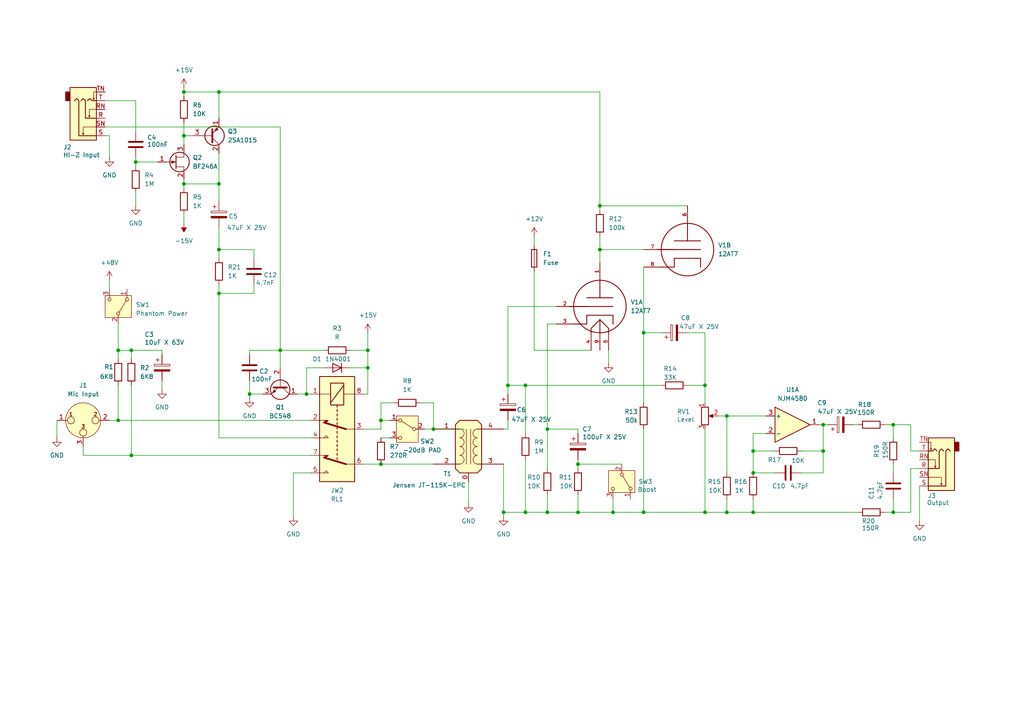
<source format=kicad_sch>
(kicad_sch (version 20250114) (generator "eeschema") (generator_version "9.0")
  (paper "A4")
  (lib_symbols
    (symbol "Amplifier_Operational:NJM4580" (pin_names (offset 0.127))
      (property "Reference" "U" (at 0 5.08 0))
      (property "Value" "NJM4580" (at 0 -5.08 0))
      (symbol "NJM4580_1_1"
        (polyline (pts (xy -5.08 5.08) (xy 5.08 0) (xy -5.08 -5.08) (xy -5.08 5.08)) (stroke (width 0.254)) (fill (type background)))
        (pin input line (at -7.62 2.54 0) (length 2.54) (name "+") (number "3"))
        (pin input line (at -7.62 -2.54 0) (length 2.54) (name "-") (number "2"))
        (pin output line (at 7.62 0 180) (length 2.54) (name "~") (number "1"))
      )
      (symbol "NJM4580_2_1"
        (polyline (pts (xy -5.08 5.08) (xy 5.08 0) (xy -5.08 -5.08) (xy -5.08 5.08)) (stroke (width 0.254)) (fill (type background)))
        (pin input line (at -7.62 2.54 0) (length 2.54) (name "+") (number "5"))
        (pin input line (at -7.62 -2.54 0) (length 2.54) (name "-") (number "6"))
        (pin output line (at 7.62 0 180) (length 2.54) (name "~") (number "7"))
      )
      (symbol "NJM4580_3_1"
        (pin power_in line (at -2.54 7.62 270) (length 3.81) (name "V+") (number "8"))
        (pin power_in line (at -2.54 -7.62 90) (length 3.81) (name "V-") (number "4"))
      )
    )
    (symbol "Connector_Audio:AudioJack3_Switch"
      (property "Reference" "J" (at 0 11.43 0))
      (property "Value" "AudioJack3_Switch" (at 0 8.89 0))
      (symbol "AudioJack3_Switch_0_1"
        (rectangle (start -5.08 -5.08) (end -6.35 -7.62) (stroke (width 0.254)) (fill (type outline)))
        (polyline (pts (xy -1.905 -5.08) (xy -1.27 -5.715) (xy -0.635 -5.08) (xy -0.635 0) (xy 2.54 0)) (stroke (width 0.254)))
        (polyline (pts (xy -1.27 4.826) (xy -1.016 4.318)))
        (polyline (pts (xy 0 -5.08) (xy 0.635 -5.715) (xy 1.27 -5.08) (xy 2.54 -5.08)) (stroke (width 0.254)))
        (polyline (pts (xy 0.508 -0.254) (xy 0.762 -0.762)))
        (polyline (pts (xy 1.778 -5.334) (xy 2.032 -5.842)))
        (rectangle (start 2.54 6.35) (end -5.08 -8.89) (stroke (width 0.254)) (fill (type background)))
        (polyline (pts (xy 2.54 5.08) (xy -2.54 5.08) (xy -2.54 -5.08) (xy -3.175 -5.715) (xy -3.81 -5.08)) (stroke (width 0.254)))
        (polyline (pts (xy 2.54 2.54) (xy -1.27 2.54) (xy -1.27 4.826) (xy -1.524 4.318)))
        (polyline (pts (xy 2.54 -2.54) (xy 0.508 -2.54) (xy 0.508 -0.254) (xy 0.254 -0.762)))
        (polyline (pts (xy 2.54 -7.62) (xy 1.778 -7.62) (xy 1.778 -5.334) (xy 1.524 -5.842)))
      )
      (symbol "AudioJack3_Switch_1_1"
        (pin passive line (at 5.08 5.08 180) (length 2.54) (name "~") (number "S"))
        (pin passive line (at 5.08 2.54 180) (length 2.54) (name "~") (number "SN"))
        (pin passive line (at 5.08 0 180) (length 2.54) (name "~") (number "R"))
        (pin passive line (at 5.08 -2.54 180) (length 2.54) (name "~") (number "RN"))
        (pin passive line (at 5.08 -5.08 180) (length 2.54) (name "~") (number "T"))
        (pin passive line (at 5.08 -7.62 180) (length 2.54) (name "~") (number "TN"))
      )
    )
    (symbol "Connector_Audio:XLR3" (pin_names (hide yes))
      (property "Reference" "J" (at 0 8.89 0))
      (property "Value" "XLR3" (at 0 6.35 0))
      (symbol "XLR3_0_1"
        (polyline (pts (xy -5.08 0) (xy -4.572 0)))
        (circle (center -3.556 0) (radius 1.016))
        (circle (center 0 0) (radius 5.08) (fill (type background)))
        (circle (center 0 -3.556) (radius 1.016))
        (polyline (pts (xy 0 -5.08) (xy 0 -4.572)))
        (circle (center 3.556 0) (radius 1.016))
        (polyline (pts (xy 5.08 0) (xy 4.572 0)))
        (text "1" (at -3.556 1.778 0) (effects (font (size 1.016 1.016) (bold yes))))
        (text "3" (at 0 -1.778 0) (effects (font (size 1.016 1.016) (bold yes))))
        (text "2" (at 3.556 1.778 0) (effects (font (size 1.016 1.016) (bold yes))))
        (pin passive line (at -7.62 0 0) (length 2.54) (name "~") (number "1"))
        (pin passive line (at 0 -7.62 90) (length 2.54) (name "~") (number "3"))
        (pin passive line (at 7.62 0 180) (length 2.54) (name "~") (number "2"))
      )
    )
    (symbol "Device:C" (pin_numbers (hide yes)) (pin_names (offset 0.254))
      (property "Reference" "C" (at 0.635 2.54 0))
      (property "Value" "C" (at 0.635 -2.54 0))
      (symbol "C_0_1"
        (polyline (pts (xy -2.032 0.762) (xy 2.032 0.762)) (stroke (width 0.508)))
        (polyline (pts (xy -2.032 -0.762) (xy 2.032 -0.762)) (stroke (width 0.508)))
      )
      (symbol "C_1_1"
        (pin passive line (at 0 3.81 270) (length 2.794) (name "~") (number "1"))
        (pin passive line (at 0 -3.81 90) (length 2.794) (name "~") (number "2"))
      )
    )
    (symbol "Device:C_Polarized" (pin_numbers (hide yes)) (pin_names (offset 0.254))
      (property "Reference" "C" (at 0.635 2.54 0))
      (property "Value" "C_Polarized" (at 0.635 -2.54 0))
      (symbol "C_Polarized_0_1"
        (rectangle (start -2.286 0.508) (end 2.286 1.016))
        (polyline (pts (xy -1.778 2.286) (xy -0.762 2.286)))
        (polyline (pts (xy -1.27 2.794) (xy -1.27 1.778)))
        (rectangle (start 2.286 -0.508) (end -2.286 -1.016) (fill (type outline)))
      )
      (symbol "C_Polarized_1_1"
        (pin passive line (at 0 3.81 270) (length 2.794) (name "~") (number "1"))
        (pin passive line (at 0 -3.81 90) (length 2.794) (name "~") (number "2"))
      )
    )
    (symbol "Device:Fuse" (pin_numbers (hide yes)) (pin_names (offset 0))
      (property "Reference" "F" (at 2.032 0 90))
      (property "Value" "Fuse" (at -1.905 0 90))
      (symbol "Fuse_0_1"
        (rectangle (start -0.762 -2.54) (end 0.762 2.54) (stroke (width 0.254)))
        (polyline (pts (xy 0 2.54) (xy 0 -2.54)))
      )
      (symbol "Fuse_1_1"
        (pin passive line (at 0 3.81 270) (length 1.27) (name "~") (number "1"))
        (pin passive line (at 0 -3.81 90) (length 1.27) (name "~") (number "2"))
      )
    )
    (symbol "Device:R" (pin_numbers (hide yes)) (pin_names (offset 0))
      (property "Reference" "R" (at 2.032 0 90))
      (property "Value" "R" (at 0 0 90))
      (symbol "R_0_1"
        (rectangle (start -1.016 -2.54) (end 1.016 2.54) (stroke (width 0.254)))
      )
      (symbol "R_1_1"
        (pin passive line (at 0 3.81 270) (length 1.27) (name "~") (number "1"))
        (pin passive line (at 0 -3.81 90) (length 1.27) (name "~") (number "2"))
      )
    )
    (symbol "Device:R_Potentiometer" (pin_names (offset 1.016) (hide yes))
      (property "Reference" "RV" (at -4.445 0 90))
      (property "Value" "R_Potentiometer" (at -2.54 0 90))
      (symbol "R_Potentiometer_0_1"
        (rectangle (start 1.016 2.54) (end -1.016 -2.54) (stroke (width 0.254)))
        (polyline (pts (xy 1.143 0) (xy 2.286 0.508) (xy 2.286 -0.508) (xy 1.143 0)) (fill (type outline)))
        (polyline (pts (xy 2.54 0) (xy 1.524 0)))
      )
      (symbol "R_Potentiometer_1_1"
        (pin passive line (at 0 3.81 270) (length 1.27) (name "1") (number "1"))
        (pin passive line (at 0 -3.81 90) (length 1.27) (name "3") (number "3"))
        (pin passive line (at 3.81 0 180) (length 1.27) (name "2") (number "2"))
      )
    )
    (symbol "Device:Transformer_Audio" (pin_names (offset 1.016) (hide yes))
      (property "Reference" "T" (at 0 11.684 0))
      (property "Value" "Transformer_Audio" (at 0.254 9.398 0))
      (symbol "Transformer_Audio_0_1"
        (polyline (pts (xy -3.81 6.35) (xy -2.54 7.62) (xy 2.54 7.62) (xy 3.81 6.35) (xy 3.81 -6.35) (xy 2.54 -7.62) (xy -2.54 -7.62) (xy -3.81 -6.35) (xy -3.81 6.35)) (stroke (width 0.254)) (fill (type background)))
        (arc (start -1.27 3.81) (mid -1.656 2.9336) (end -2.54 2.5654))
        (arc (start -1.27 1.27) (mid -1.656 0.3936) (end -2.54 0.0254))
        (arc (start -1.27 -1.27) (mid -1.656 -2.1464) (end -2.54 -2.5146))
        (arc (start -1.27 -3.81) (mid -1.656 -4.6864) (end -2.54 -5.0546))
        (arc (start -2.54 5.08) (mid -1.642 4.708) (end -1.27 3.81))
        (arc (start -2.54 2.54) (mid -1.642 2.168) (end -1.27 1.27))
        (arc (start -2.54 0) (mid -1.642 -0.372) (end -1.27 -1.27))
        (arc (start -2.54 -2.54) (mid -1.642 -2.912) (end -1.27 -3.81))
        (polyline (pts (xy -0.635 5.08) (xy -0.635 -5.08)))
        (polyline (pts (xy 0.635 -5.08) (xy 0.635 5.08)))
        (arc (start 1.2954 3.81) (mid 1.6457 4.7117) (end 2.54 5.08))
        (arc (start 1.2954 1.27) (mid 1.6457 2.1717) (end 2.54 2.54))
        (arc (start 1.2954 -1.27) (mid 1.6457 -0.3683) (end 2.54 0))
        (arc (start 2.54 2.5654) (mid 1.6599 2.9299) (end 1.2954 3.81))
        (arc (start 2.54 0.0254) (mid 1.6599 0.3899) (end 1.2954 1.27))
        (arc (start 2.54 -2.5146) (mid 1.6599 -2.1501) (end 1.2954 -1.27))
        (arc (start 1.3208 -3.81) (mid 1.6711 -2.9085) (end 2.5654 -2.54))
        (arc (start 2.5654 -5.0546) (mid 1.6851 -4.6902) (end 1.3208 -3.81))
      )
      (symbol "Transformer_Audio_1_1"
        (pin passive line (at -10.16 5.08 0) (length 7.62) (name "AA") (number "1"))
        (pin passive line (at -10.16 -5.08 0) (length 7.62) (name "AB") (number "2"))
        (pin input line (at 0 -10.16 90) (length 2.54) (name "~") (number "0"))
        (pin passive line (at 10.16 5.08 180) (length 7.62) (name "SB") (number "4"))
        (pin passive line (at 10.16 -5.08 180) (length 7.62) (name "SA") (number "3"))
      )
    )
    (symbol "Diode:1N4001" (pin_numbers (hide yes)) (pin_names (hide yes))
      (property "Reference" "D" (at 0 2.54 0))
      (property "Value" "1N4001" (at 0 -2.54 0))
      (symbol "1N4001_0_1"
        (polyline (pts (xy -1.27 1.27) (xy -1.27 -1.27)) (stroke (width 0.254)))
        (polyline (pts (xy 1.27 1.27) (xy 1.27 -1.27) (xy -1.27 0) (xy 1.27 1.27)) (stroke (width 0.254)))
        (polyline (pts (xy 1.27 0) (xy -1.27 0)))
      )
      (symbol "1N4001_1_1"
        (pin passive line (at -3.81 0 0) (length 2.54) (name "K") (number "1"))
        (pin passive line (at 3.81 0 180) (length 2.54) (name "A") (number "2"))
      )
    )
    (symbol "ECC83:ECC83" (pin_names (offset 1.016))
      (property "Reference" "V" (at 3.81 11.43 0))
      (property "Value" "ECC83" (at 3.81 8.89 0))
      (symbol "ECC83_1_0"
        (polyline (pts (xy -8.89 0) (xy -3.81 0)) (stroke (width 0.254)))
        (polyline (pts (xy -7.62 0) (xy -3.81 0)) (stroke (width 0.254)))
        (polyline (pts (xy -7.62 -5.08) (xy -3.81 -5.08)) (stroke (width 0.254)))
        (polyline (pts (xy -3.81 2.54) (xy 0 2.54)) (stroke (width 0.254)))
        (polyline (pts (xy -3.81 0) (xy 3.81 0)) (stroke (width 0.254)))
        (polyline (pts (xy -3.81 -2.54) (xy 3.81 -2.54)) (stroke (width 0.254)))
        (polyline (pts (xy -3.81 -5.08) (xy -3.81 -2.54)) (stroke (width 0.254)))
        (polyline (pts (xy -2.54 -6.35) (xy 0 -3.81)) (stroke (width 0.254)))
        (polyline (pts (xy -2.54 -7.62) (xy -2.54 -6.35)) (stroke (width 0.254)))
        (polyline (pts (xy 0 7.62) (xy 0 2.54)) (stroke (width 0.254)))
        (polyline (pts (xy 0 2.54) (xy 3.81 2.54)) (stroke (width 0.254)))
        (circle (center 0 0) (radius 7.62) (stroke (width 0.254)))
        (polyline (pts (xy 0 -3.81) (xy 2.54 -6.35)) (stroke (width 0.254)))
        (polyline (pts (xy 0 -7.62) (xy 0 -3.81)) (stroke (width 0.254)))
        (polyline (pts (xy 2.54 -6.35) (xy 2.54 -7.62)) (stroke (width 0.254)))
        (polyline (pts (xy 3.81 -2.54) (xy 3.81 -5.08)) (stroke (width 0.254)))
        (pin passive line (at -12.7 0 0) (length 5.08) (name "~") (number "2"))
        (pin passive line (at -12.7 -5.08 0) (length 5.08) (name "~") (number "3"))
        (pin passive line (at -2.54 -12.7 90) (length 5.08) (name "~") (number "4"))
        (pin passive line (at 0 12.7 270) (length 5.08) (name "~") (number "1"))
        (pin passive line (at 0 -12.7 90) (length 5.08) (name "~") (number "9"))
        (pin passive line (at 2.54 -12.7 90) (length 5.08) (name "~") (number "5"))
      )
      (symbol "ECC83_2_0"
        (polyline (pts (xy -8.89 0) (xy -3.81 0)) (stroke (width 0.254)))
        (polyline (pts (xy -7.62 0) (xy -3.81 0)) (stroke (width 0.254)))
        (polyline (pts (xy -7.62 -5.08) (xy -3.81 -5.08)) (stroke (width 0.254)))
        (polyline (pts (xy -3.81 2.54) (xy 0 2.54)) (stroke (width 0.254)))
        (polyline (pts (xy -3.81 0) (xy 3.81 0)) (stroke (width 0.254)))
        (polyline (pts (xy -3.81 -2.54) (xy 3.81 -2.54)) (stroke (width 0.254)))
        (polyline (pts (xy -3.81 -5.08) (xy -3.81 -2.54)) (stroke (width 0.254)))
        (polyline (pts (xy 0 7.62) (xy 0 2.54)) (stroke (width 0.254)))
        (polyline (pts (xy 0 2.54) (xy 3.81 2.54)) (stroke (width 0.254)))
        (circle (center 0 0) (radius 7.62) (stroke (width 0.254)))
        (polyline (pts (xy 3.81 -2.54) (xy 3.81 -5.08)) (stroke (width 0.254)))
        (pin passive line (at -12.7 0 0) (length 5.08) (name "~") (number "7"))
        (pin passive line (at -12.7 -5.08 0) (length 5.08) (name "~") (number "8"))
        (pin passive line (at 0 12.7 270) (length 5.08) (name "~") (number "6"))
      )
    )
    (symbol "Relay:JW2"
      (property "Reference" "RL" (at 16.51 3.81 0))
      (property "Value" "JW2" (at 16.51 1.27 0))
      (symbol "JW2_0_1"
        (rectangle (start -15.24 5.08) (end 15.24 -5.08) (stroke (width 0.254)) (fill (type background)))
        (rectangle (start -13.335 1.905) (end -6.985 -1.905) (stroke (width 0.254)))
        (polyline (pts (xy -12.7 -1.905) (xy -7.62 1.905)) (stroke (width 0.254)))
        (polyline (pts (xy -10.16 5.08) (xy -10.16 1.905)))
        (polyline (pts (xy -10.16 -5.08) (xy -10.16 -1.905)))
        (polyline (pts (xy -6.985 0) (xy -6.35 0)) (stroke (width 0.254)))
        (polyline (pts (xy -5.715 0) (xy -5.08 0)) (stroke (width 0.254)))
        (polyline (pts (xy -4.445 0) (xy -3.81 0)) (stroke (width 0.254)))
        (polyline (pts (xy -3.175 0) (xy -2.54 0)) (stroke (width 0.254)))
        (polyline (pts (xy -2.54 5.08) (xy -2.54 2.54) (xy -1.905 3.175) (xy -2.54 3.81)) (fill (type outline)))
        (polyline (pts (xy -1.905 0) (xy -1.27 0)) (stroke (width 0.254)))
        (polyline (pts (xy -0.635 0) (xy 0 0)) (stroke (width 0.254)))
        (polyline (pts (xy 0 -2.54) (xy -1.905 3.81)) (stroke (width 0.508)))
        (polyline (pts (xy 0 -2.54) (xy 0 -5.08)))
        (polyline (pts (xy 0.635 0) (xy 1.27 0)) (stroke (width 0.254)))
        (polyline (pts (xy 1.905 0) (xy 2.54 0)) (stroke (width 0.254)))
        (polyline (pts (xy 2.54 5.08) (xy 2.54 2.54) (xy 1.905 3.175) (xy 2.54 3.81)))
        (polyline (pts (xy 3.175 0) (xy 3.81 0)) (stroke (width 0.254)))
        (polyline (pts (xy 4.445 0) (xy 5.08 0)) (stroke (width 0.254)))
        (polyline (pts (xy 5.715 0) (xy 6.35 0)) (stroke (width 0.254)))
        (polyline (pts (xy 6.985 0) (xy 7.62 0)) (stroke (width 0.254)))
        (polyline (pts (xy 7.62 5.08) (xy 7.62 2.54) (xy 8.255 3.175) (xy 7.62 3.81)) (fill (type outline)))
        (polyline (pts (xy 8.255 0) (xy 8.89 0)) (stroke (width 0.254)))
        (polyline (pts (xy 10.16 -2.54) (xy 8.255 3.81)) (stroke (width 0.508)))
        (polyline (pts (xy 10.16 -2.54) (xy 10.16 -5.08)))
        (polyline (pts (xy 12.7 5.08) (xy 12.7 2.54) (xy 12.065 3.175) (xy 12.7 3.81)))
      )
      (symbol "JW2_1_1"
        (pin passive line (at -10.16 7.62 270) (length 2.54) (name "~") (number "1"))
        (pin passive line (at -10.16 -7.62 90) (length 2.54) (name "~") (number "8"))
        (pin passive line (at -2.54 7.62 270) (length 2.54) (name "~") (number "2"))
        (pin passive line (at 0 -7.62 90) (length 2.54) (name "~") (number "3"))
        (pin passive line (at 2.54 7.62 270) (length 2.54) (name "~") (number "4"))
        (pin passive line (at 7.62 7.62 270) (length 2.54) (name "~") (number "7"))
        (pin passive line (at 10.16 -7.62 90) (length 2.54) (name "~") (number "6"))
        (pin passive line (at 12.7 7.62 270) (length 2.54) (name "~") (number "5"))
      )
    )
    (symbol "Switch:SW_SPDT" (pin_names (offset 0) (hide yes))
      (property "Reference" "SW" (at 0 5.08 0))
      (property "Value" "SW_SPDT" (at 0 -5.08 0))
      (symbol "SW_SPDT_0_1"
        (circle (center -2.032 0) (radius 0.4572))
        (polyline (pts (xy -1.651 0.254) (xy 1.651 2.286)))
        (circle (center 2.032 2.54) (radius 0.4572))
        (circle (center 2.032 -2.54) (radius 0.4572))
      )
      (symbol "SW_SPDT_1_1"
        (rectangle (start -3.175 3.81) (end 3.175 -3.81) (fill (type background)))
        (pin passive line (at -5.08 0 0) (length 2.54) (name "B") (number "2"))
        (pin passive line (at 5.08 2.54 180) (length 2.54) (name "A") (number "1"))
        (pin passive line (at 5.08 -2.54 180) (length 2.54) (name "C") (number "3"))
      )
    )
    (symbol "Transistor_BJT:2SA1015" (pin_names (offset 0) (hide yes))
      (property "Reference" "Q" (at 5.08 1.905 0))
      (property "Value" "2SA1015" (at 5.08 0 0))
      (symbol "2SA1015_0_1"
        (polyline (pts (xy -2.54 0) (xy 0.635 0)))
        (polyline (pts (xy 0.635 1.905) (xy 0.635 -1.905)) (stroke (width 0.508)))
        (polyline (pts (xy 0.635 0.635) (xy 2.54 2.54)))
        (polyline (pts (xy 0.635 -0.635) (xy 2.54 -2.54)))
        (circle (center 1.27 0) (radius 2.8194) (stroke (width 0.254)))
        (polyline (pts (xy 2.286 -1.778) (xy 1.778 -2.286) (xy 1.27 -1.27) (xy 2.286 -1.778)) (fill (type outline)))
      )
      (symbol "2SA1015_1_1"
        (pin input line (at -5.08 0 0) (length 2.54) (name "B") (number "3"))
        (pin passive line (at 2.54 5.08 270) (length 2.54) (name "C") (number "2"))
        (pin passive line (at 2.54 -5.08 90) (length 2.54) (name "E") (number "1"))
      )
    )
    (symbol "Transistor_BJT:BC548" (pin_names (offset 0) (hide yes))
      (property "Reference" "Q" (at 5.08 1.905 0))
      (property "Value" "BC548" (at 5.08 0 0))
      (symbol "BC548_0_1"
        (polyline (pts (xy -2.54 0) (xy 0.635 0)))
        (polyline (pts (xy 0.635 1.905) (xy 0.635 -1.905)) (stroke (width 0.508)))
        (circle (center 1.27 0) (radius 2.8194) (stroke (width 0.254)))
      )
      (symbol "BC548_1_1"
        (polyline (pts (xy 0.635 0.635) (xy 2.54 2.54)))
        (polyline (pts (xy 0.635 -0.635) (xy 2.54 -2.54)))
        (polyline (pts (xy 1.27 -1.778) (xy 1.778 -1.27) (xy 2.286 -2.286) (xy 1.27 -1.778)) (fill (type outline)))
        (pin input line (at -5.08 0 0) (length 2.54) (name "B") (number "2"))
        (pin passive line (at 2.54 5.08 270) (length 2.54) (name "C") (number "1"))
        (pin passive line (at 2.54 -5.08 90) (length 2.54) (name "E") (number "3"))
      )
    )
    (symbol "Transistor_FET:BF245A" (pin_names (hide yes))
      (property "Reference" "Q" (at 5.08 1.905 0))
      (property "Value" "BF245A" (at 5.08 0 0))
      (symbol "BF245A_0_1"
        (polyline (pts (xy 0 0) (xy -1.016 0.381) (xy -1.016 -0.381) (xy 0 0)) (fill (type outline)))
        (polyline (pts (xy 0.254 1.905) (xy 0.254 -1.905)) (stroke (width 0.254)))
        (polyline (pts (xy 0.254 0) (xy -2.54 0)))
        (circle (center 1.27 0) (radius 2.8194) (stroke (width 0.254)))
        (polyline (pts (xy 2.54 2.54) (xy 2.54 1.397) (xy 0.254 1.397)))
        (polyline (pts (xy 2.54 -2.54) (xy 2.54 -1.397) (xy 0.254 -1.397)))
      )
      (symbol "BF245A_1_1"
        (pin input line (at -5.08 0 0) (length 2.54) (name "G") (number "1"))
        (pin passive line (at 2.54 5.08 270) (length 2.54) (name "D") (number "3"))
        (pin passive line (at 2.54 -5.08 90) (length 2.54) (name "S") (number "2"))
      )
    )
    (symbol "power:+12V" (power) (pin_numbers (hide yes)) (pin_names (offset 0) (hide yes))
      (property "Value" "+12V" (at 0 3.556 0))
      (symbol "+12V_0_1"
        (polyline (pts (xy -0.762 1.27) (xy 0 2.54)))
        (polyline (pts (xy 0 2.54) (xy 0.762 1.27)))
        (polyline (pts (xy 0 0) (xy 0 2.54)))
      )
      (symbol "+12V_1_1"
        (pin power_in line (at 0 0 90) (length 0) (name "~") (number "1"))
      )
    )
    (symbol "power:+15V" (power) (pin_numbers (hide yes)) (pin_names (offset 0) (hide yes))
      (property "Value" "+15V" (at 0 3.556 0))
      (symbol "+15V_0_1"
        (polyline (pts (xy -0.762 1.27) (xy 0 2.54)))
        (polyline (pts (xy 0 2.54) (xy 0.762 1.27)))
        (polyline (pts (xy 0 0) (xy 0 2.54)))
      )
      (symbol "+15V_1_1"
        (pin power_in line (at 0 0 90) (length 0) (name "~") (number "1"))
      )
    )
    (symbol "power:+48V" (power) (pin_numbers (hide yes)) (pin_names (offset 0) (hide yes))
      (property "Value" "+48V" (at 0 3.556 0))
      (symbol "+48V_0_1"
        (polyline (pts (xy -0.762 1.27) (xy 0 2.54)))
        (polyline (pts (xy 0 2.54) (xy 0.762 1.27)))
        (polyline (pts (xy 0 0) (xy 0 2.54)))
      )
      (symbol "+48V_1_1"
        (pin power_in line (at 0 0 90) (length 0) (name "~") (number "1"))
      )
    )
    (symbol "power:-15V" (power) (pin_numbers (hide yes)) (pin_names (offset 0) (hide yes))
      (property "Value" "-15V" (at 0 3.556 0))
      (symbol "-15V_0_0"
        (pin power_in line (at 0 0 90) (length 0) (name "~") (number "1"))
      )
      (symbol "-15V_0_1"
        (polyline (pts (xy 0 0) (xy 0 1.27) (xy 0.762 1.27) (xy 0 2.54) (xy -0.762 1.27) (xy 0 1.27)) (fill (type outline)))
      )
    )
    (symbol "power:GND" (power) (pin_numbers (hide yes)) (pin_names (offset 0) (hide yes))
      (property "Value" "GND" (at 0 -3.81 0))
      (symbol "GND_0_1"
        (polyline (pts (xy 0 0) (xy 0 -1.27) (xy 1.27 -1.27) (xy 0 -2.54) (xy -1.27 -1.27) (xy 0 -1.27)))
      )
      (symbol "GND_1_1"
        (pin power_in line (at 0 0 270) (length 0) (name "~") (number "1"))
      )
    )
  )
  (junction (at 173.99 72.39))
  (junction (at 204.47 111.76))
  (junction (at 106.68 106.68))
  (junction (at 173.99 59.69))
  (junction (at 177.8 148.59))
  (junction (at 158.75 148.59))
  (junction (at 167.64 134.62))
  (junction (at 110.49 134.62))
  (junction (at 147.32 111.76))
  (junction (at 88.9 114.3))
  (junction (at 238.76 123.19))
  (junction (at 81.28 101.6))
  (junction (at 259.08 123.19))
  (junction (at 186.69 148.59))
  (junction (at 167.64 148.59))
  (junction (at 39.37 46.99))
  (junction (at 259.08 148.59))
  (junction (at 158.75 124.46))
  (junction (at 110.49 121.92))
  (junction (at 210.82 148.59))
  (junction (at 53.34 53.34))
  (junction (at 72.39 114.3))
  (junction (at 106.68 101.6))
  (junction (at 53.34 39.37))
  (junction (at 218.44 148.59))
  (junction (at 152.4 148.59))
  (junction (at 125.73 124.46))
  (junction (at 146.05 148.59))
  (junction (at 210.82 120.65))
  (junction (at 218.44 130.81))
  (junction (at 218.44 137.16))
  (junction (at 38.1 101.6))
  (junction (at 63.5 85.09))
  (junction (at 63.5 72.39))
  (junction (at 63.5 53.34))
  (junction (at 53.34 26.67))
  (junction (at 63.5 26.67))
  (junction (at 34.29 101.6))
  (junction (at 186.69 96.52))
  (junction (at 238.76 130.81))
  (junction (at 34.29 121.92))
  (junction (at 38.1 132.08))
  (junction (at 204.47 148.59))
  (junction (at 152.4 111.76))
  (wire (pts (xy 247.65 123.19) (xy 248.92 123.19)))
  (wire (pts (xy 34.29 101.6) (xy 34.29 104.14)))
  (wire (pts (xy 121.92 116.84) (xy 125.73 116.84)))
  (wire (pts (xy 266.7 130.81) (xy 264.16 130.81)))
  (wire (pts (xy 72.39 115.57) (xy 72.39 114.3)))
  (wire (pts (xy 31.75 39.37) (xy 31.75 45.72)))
  (wire (pts (xy 210.82 120.65) (xy 222.25 120.65)))
  (wire (pts (xy 218.44 130.81) (xy 224.79 130.81)))
  (wire (pts (xy 264.16 135.89) (xy 264.16 148.59)))
  (wire (pts (xy 53.34 52.07) (xy 53.34 53.34)))
  (wire (pts (xy 39.37 45.72) (xy 39.37 46.99)))
  (wire (pts (xy 123.19 124.46) (xy 125.73 124.46)))
  (wire (pts (xy 135.89 139.7) (xy 135.89 146.05)))
  (wire (pts (xy 186.69 96.52) (xy 186.69 77.47)))
  (wire (pts (xy 167.64 125.73) (xy 167.64 124.46)))
  (wire (pts (xy 186.69 116.84) (xy 186.69 96.52)))
  (wire (pts (xy 152.4 133.35) (xy 152.4 148.59)))
  (wire (pts (xy 186.69 124.46) (xy 186.69 148.59)))
  (wire (pts (xy 63.5 53.34) (xy 53.34 53.34)))
  (wire (pts (xy 208.28 120.65) (xy 210.82 120.65)))
  (wire (pts (xy 167.64 143.51) (xy 167.64 148.59)))
  (wire (pts (xy 38.1 101.6) (xy 46.99 101.6)))
  (wire (pts (xy 53.34 62.23) (xy 53.34 64.77)))
  (wire (pts (xy 146.05 148.59) (xy 152.4 148.59)))
  (wire (pts (xy 110.49 127) (xy 113.03 127)))
  (wire (pts (xy 161.29 93.98) (xy 158.75 93.98)))
  (wire (pts (xy 158.75 143.51) (xy 158.75 148.59)))
  (wire (pts (xy 167.64 133.35) (xy 167.64 134.62)))
  (wire (pts (xy 218.44 125.73) (xy 218.44 130.81)))
  (wire (pts (xy 110.49 134.62) (xy 125.73 134.62)))
  (wire (pts (xy 81.28 36.83) (xy 30.48 36.83)))
  (wire (pts (xy 72.39 101.6) (xy 81.28 101.6)))
  (wire (pts (xy 73.66 82.55) (xy 73.66 85.09)))
  (wire (pts (xy 204.47 124.46) (xy 204.47 148.59)))
  (wire (pts (xy 218.44 137.16) (xy 224.79 137.16)))
  (wire (pts (xy 210.82 148.59) (xy 218.44 148.59)))
  (wire (pts (xy 31.75 81.28) (xy 31.75 83.82)))
  (wire (pts (xy 24.13 129.54) (xy 24.13 132.08)))
  (wire (pts (xy 146.05 134.62) (xy 146.05 148.59)))
  (wire (pts (xy 204.47 148.59) (xy 210.82 148.59)))
  (wire (pts (xy 199.39 111.76) (xy 204.47 111.76)))
  (wire (pts (xy 152.4 111.76) (xy 191.77 111.76)))
  (wire (pts (xy 46.99 110.49) (xy 46.99 113.03)))
  (wire (pts (xy 16.51 121.92) (xy 16.51 127)))
  (wire (pts (xy 106.68 114.3) (xy 105.41 114.3)))
  (wire (pts (xy 264.16 130.81) (xy 264.16 123.19)))
  (wire (pts (xy 266.7 140.97) (xy 266.7 151.13)))
  (wire (pts (xy 218.44 130.81) (xy 218.44 137.16)))
  (wire (pts (xy 63.5 66.04) (xy 63.5 72.39)))
  (wire (pts (xy 259.08 144.78) (xy 259.08 148.59)))
  (wire (pts (xy 232.41 137.16) (xy 238.76 137.16)))
  (wire (pts (xy 158.75 93.98) (xy 158.75 124.46)))
  (wire (pts (xy 173.99 59.69) (xy 173.99 26.67)))
  (wire (pts (xy 238.76 123.19) (xy 238.76 130.81)))
  (wire (pts (xy 110.49 124.46) (xy 105.41 124.46)))
  (wire (pts (xy 53.34 25.4) (xy 53.34 26.67)))
  (wire (pts (xy 237.49 123.19) (xy 238.76 123.19)))
  (wire (pts (xy 147.32 121.92) (xy 147.32 124.46)))
  (wire (pts (xy 39.37 46.99) (xy 39.37 48.26)))
  (wire (pts (xy 167.64 148.59) (xy 158.75 148.59)))
  (wire (pts (xy 210.82 144.78) (xy 210.82 148.59)))
  (wire (pts (xy 63.5 26.67) (xy 53.34 26.67)))
  (wire (pts (xy 125.73 116.84) (xy 125.73 124.46)))
  (wire (pts (xy 186.69 148.59) (xy 204.47 148.59)))
  (wire (pts (xy 176.53 101.6) (xy 176.53 105.41)))
  (wire (pts (xy 158.75 148.59) (xy 152.4 148.59)))
  (wire (pts (xy 93.98 101.6) (xy 81.28 101.6)))
  (wire (pts (xy 147.32 88.9) (xy 161.29 88.9)))
  (wire (pts (xy 204.47 111.76) (xy 204.47 116.84)))
  (wire (pts (xy 63.5 72.39) (xy 73.66 72.39)))
  (wire (pts (xy 81.28 36.83) (xy 81.28 101.6)))
  (wire (pts (xy 177.8 144.78) (xy 177.8 148.59)))
  (wire (pts (xy 173.99 60.96) (xy 173.99 59.69)))
  (wire (pts (xy 146.05 148.59) (xy 146.05 149.86)))
  (wire (pts (xy 53.34 39.37) (xy 55.88 39.37)))
  (wire (pts (xy 248.92 148.59) (xy 218.44 148.59)))
  (wire (pts (xy 85.09 137.16) (xy 85.09 149.86)))
  (wire (pts (xy 154.94 78.74) (xy 154.94 101.6)))
  (wire (pts (xy 38.1 101.6) (xy 38.1 104.14)))
  (wire (pts (xy 63.5 85.09) (xy 63.5 127)))
  (wire (pts (xy 152.4 111.76) (xy 147.32 111.76)))
  (wire (pts (xy 63.5 72.39) (xy 63.5 74.93)))
  (wire (pts (xy 218.44 144.78) (xy 218.44 148.59)))
  (wire (pts (xy 39.37 46.99) (xy 45.72 46.99)))
  (wire (pts (xy 173.99 72.39) (xy 173.99 76.2)))
  (wire (pts (xy 106.68 101.6) (xy 106.68 106.68)))
  (wire (pts (xy 105.41 134.62) (xy 110.49 134.62)))
  (wire (pts (xy 93.98 106.68) (xy 88.9 106.68)))
  (wire (pts (xy 63.5 44.45) (xy 63.5 53.34)))
  (wire (pts (xy 53.34 35.56) (xy 53.34 39.37)))
  (wire (pts (xy 88.9 106.68) (xy 88.9 114.3)))
  (wire (pts (xy 106.68 96.52) (xy 106.68 101.6)))
  (wire (pts (xy 173.99 68.58) (xy 173.99 72.39)))
  (wire (pts (xy 264.16 123.19) (xy 259.08 123.19)))
  (wire (pts (xy 113.03 121.92) (xy 110.49 121.92)))
  (wire (pts (xy 53.34 53.34) (xy 53.34 54.61)))
  (wire (pts (xy 110.49 116.84) (xy 110.49 121.92)))
  (wire (pts (xy 238.76 123.19) (xy 240.03 123.19)))
  (wire (pts (xy 264.16 148.59) (xy 259.08 148.59)))
  (wire (pts (xy 259.08 148.59) (xy 256.54 148.59)))
  (wire (pts (xy 222.25 125.73) (xy 218.44 125.73)))
  (wire (pts (xy 110.49 124.46) (xy 110.49 121.92)))
  (wire (pts (xy 38.1 132.08) (xy 90.17 132.08)))
  (wire (pts (xy 125.73 124.46) (xy 134.62 124.46)))
  (wire (pts (xy 53.34 39.37) (xy 53.34 41.91)))
  (wire (pts (xy 158.75 124.46) (xy 158.75 135.89)))
  (wire (pts (xy 81.28 101.6) (xy 81.28 106.68)))
  (wire (pts (xy 154.94 101.6) (xy 171.45 101.6)))
  (wire (pts (xy 266.7 135.89) (xy 264.16 135.89)))
  (wire (pts (xy 38.1 111.76) (xy 38.1 132.08)))
  (wire (pts (xy 259.08 123.19) (xy 259.08 127)))
  (wire (pts (xy 173.99 26.67) (xy 63.5 26.67)))
  (wire (pts (xy 210.82 120.65) (xy 210.82 137.16)))
  (wire (pts (xy 73.66 85.09) (xy 63.5 85.09)))
  (wire (pts (xy 31.75 121.92) (xy 34.29 121.92)))
  (wire (pts (xy 173.99 59.69) (xy 199.39 59.69)))
  (wire (pts (xy 167.64 124.46) (xy 158.75 124.46)))
  (wire (pts (xy 90.17 137.16) (xy 85.09 137.16)))
  (wire (pts (xy 63.5 127) (xy 90.17 127)))
  (wire (pts (xy 39.37 38.1) (xy 39.37 29.21)))
  (wire (pts (xy 173.99 72.39) (xy 186.69 72.39)))
  (wire (pts (xy 30.48 39.37) (xy 31.75 39.37)))
  (wire (pts (xy 259.08 134.62) (xy 259.08 137.16)))
  (wire (pts (xy 147.32 124.46) (xy 146.05 124.46)))
  (wire (pts (xy 39.37 29.21) (xy 30.48 29.21)))
  (wire (pts (xy 259.08 123.19) (xy 256.54 123.19)))
  (wire (pts (xy 101.6 101.6) (xy 106.68 101.6)))
  (wire (pts (xy 167.64 134.62) (xy 167.64 135.89)))
  (wire (pts (xy 147.32 111.76) (xy 147.32 88.9)))
  (wire (pts (xy 106.68 106.68) (xy 106.68 114.3)))
  (wire (pts (xy 232.41 130.81) (xy 238.76 130.81)))
  (wire (pts (xy 34.29 101.6) (xy 38.1 101.6)))
  (wire (pts (xy 72.39 114.3) (xy 76.2 114.3)))
  (wire (pts (xy 72.39 102.87) (xy 72.39 101.6)))
  (wire (pts (xy 24.13 132.08) (xy 38.1 132.08)))
  (wire (pts (xy 63.5 34.29) (xy 63.5 26.67)))
  (wire (pts (xy 39.37 55.88) (xy 39.37 59.69)))
  (wire (pts (xy 34.29 93.98) (xy 34.29 101.6)))
  (wire (pts (xy 167.64 134.62) (xy 180.34 134.62)))
  (wire (pts (xy 73.66 74.93) (xy 73.66 72.39)))
  (wire (pts (xy 152.4 125.73) (xy 152.4 111.76)))
  (wire (pts (xy 86.36 114.3) (xy 88.9 114.3)))
  (wire (pts (xy 101.6 106.68) (xy 106.68 106.68)))
  (wire (pts (xy 34.29 121.92) (xy 90.17 121.92)))
  (wire (pts (xy 53.34 26.67) (xy 53.34 27.94)))
  (wire (pts (xy 238.76 130.81) (xy 238.76 137.16)))
  (wire (pts (xy 204.47 96.52) (xy 204.47 111.76)))
  (wire (pts (xy 72.39 110.49) (xy 72.39 114.3)))
  (wire (pts (xy 147.32 114.3) (xy 147.32 111.76)))
  (wire (pts (xy 88.9 114.3) (xy 90.17 114.3)))
  (wire (pts (xy 46.99 101.6) (xy 46.99 102.87)))
  (wire (pts (xy 186.69 148.59) (xy 177.8 148.59)))
  (wire (pts (xy 34.29 111.76) (xy 34.29 121.92)))
  (wire (pts (xy 63.5 58.42) (xy 63.5 53.34)))
  (wire (pts (xy 114.3 116.84) (xy 110.49 116.84)))
  (wire (pts (xy 154.94 68.58) (xy 154.94 71.12)))
  (wire (pts (xy 177.8 148.59) (xy 167.64 148.59)))
  (wire (pts (xy 186.69 96.52) (xy 191.77 96.52)))
  (wire (pts (xy 199.39 96.52) (xy 204.47 96.52)))
  (wire (pts (xy 63.5 82.55) (xy 63.5 85.09)))
  (symbol (lib_id "Device:R") (at 118.11 116.84 90) (unit 1)
    (property "Reference" "R8" (at 118.11 110.49 90))
    (property "Value" "1K" (at 118.11 113.03 90))
    (property "Description" "Resistor" (effects (hide yes)))
  )
  (symbol (lib_id "Device:R") (at 218.44 140.97 180) (unit 1)
    (property "Reference" "R16" (at 212.852 139.7 0) (effects (justify right)))
    (property "Value" "1K" (at 213.106 142.24 0) (effects (justify right)))
    (property "Description" "Resistor" (effects (hide yes)))
  )
  (symbol (lib_id "Connector_Audio:XLR3") (at 24.13 121.92 0) (unit 1)
    (property "Reference" "J1" (at 24.13 111.76 0))
    (property "Value" "Mic Input" (at 24.13 114.3 0))
    (property "Description" "XLR Connector, Male or Female, 3 Pins" (effects (hide yes)))
  )
  (symbol (lib_id "ECC83:ECC83") (at 173.99 88.9 0) (unit 1)
    (property "Reference" "V1" (at 182.88 87.6299 0) (effects (justify left)))
    (property "Value" "12AT7" (at 182.88 90.1699 0) (effects (justify left)))
    (property "MF" "Omega Engineering" (effects (hide yes)))
    (property "Description_1" "12AX7 GOLD PIN PREAMP TUBE" (effects (hide yes)))
    (property "Package" "None" (effects (hide yes)))
    (property "Price" "None" (effects (hide yes)))
    (property "SnapEDA_Link" "https://www.snapeda.com/parts/ECC83/Omega+Engineering/view-part/?ref=snap" (effects (hide yes)))
    (property "MP" "ECC83" (effects (hide yes)))
    (property "Availability" "Not in stock" (effects (hide yes)))
    (property "Check_prices" "https://www.snapeda.com/parts/ECC83/Omega+Engineering/view-part/?ref=eda" (effects (hide yes)))
  )
  (symbol (lib_id "power:+15V") (at 53.34 25.4 0) (unit 1)
    (property "Reference" "#PWR011" (effects (hide yes)))
    (property "Value" "+15V" (at 53.34 20.32 0))
    (property "Description" "Power symbol creates a global label with name \"+15V\"" (effects (hide yes)))
  )
  (symbol (lib_id "Switch:SW_SPDT") (at 118.11 124.46 0) (mirror y) (unit 1)
    (property "Reference" "SW2" (at 125.984 128.016 0) (effects (justify left)))
    (property "Value" "-20dB PAD" (at 128.016 130.556 0) (effects (justify left)))
    (property "Description" "Switch, single pole double throw" (effects (hide yes)))
  )
  (symbol (lib_id "Device:R") (at 34.29 107.95 0) (unit 1)
    (property "Reference" "R1" (at 30.226 106.426 0) (effects (justify left)))
    (property "Value" "6K8" (at 28.956 109.22 0) (effects (justify left)))
    (property "Description" "Resistor" (effects (hide yes)))
  )
  (symbol (lib_id "Device:C_Polarized") (at 243.84 123.19 90) (unit 1)
    (property "Reference" "C9" (at 239.776 116.84 90) (effects (justify left)))
    (property "Value" "47uF X 25V" (at 248.666 119.38 90) (effects (justify left)))
    (property "Description" "Polarized capacitor" (effects (hide yes)))
  )
  (symbol (lib_id "Device:C_Polarized") (at 167.64 129.54 0) (unit 1)
    (property "Reference" "C7" (at 168.91 124.46 0) (effects (justify left)))
    (property "Value" "100uF X 25V" (at 168.91 126.746 0) (effects (justify left)))
    (property "Description" "Polarized capacitor" (effects (hide yes)))
  )
  (symbol (lib_id "Device:Fuse") (at 154.94 74.93 180) (unit 1)
    (property "Reference" "F1" (at 157.48 73.6599 0) (effects (justify right)))
    (property "Value" "Fuse" (at 157.48 76.1999 0) (effects (justify right)))
    (property "Description" "Fuse" (effects (hide yes)))
  )
  (symbol (lib_id "Device:R") (at 53.34 58.42 0) (unit 1)
    (property "Reference" "R5" (at 55.88 57.1499 0) (effects (justify left)))
    (property "Value" "1K" (at 55.88 59.6899 0) (effects (justify left)))
    (property "Description" "Resistor" (effects (hide yes)))
  )
  (symbol (lib_id "power:+48V") (at 31.75 81.28 0) (unit 1)
    (property "Reference" "#PWR06" (effects (hide yes)))
    (property "Value" "+48V" (at 31.75 76.2 0))
    (property "Description" "Power symbol creates a global label with name \"+48V\"" (effects (hide yes)))
  )
  (symbol (lib_id "Transistor_BJT:2SA1015") (at 60.96 39.37 0) (mirror x) (unit 1)
    (property "Reference" "Q3" (at 66.04 38.0999 0) (effects (justify left)))
    (property "Value" "2SA1015" (at 66.04 40.6399 0) (effects (justify left)))
    (property "Footprint" "Package_TO_SOT_THT:TO-92_Inline" (effects (hide yes)))
    (property "Datasheet" "http://www.datasheetcatalog.org/datasheet/toshiba/905.pdf" (effects (hide yes)))
    (property "Description" "-0.15A Ic, -50V Vce, Low Noise Audio PNP Transistor, TO-92" (effects (hide yes)))
  )
  (symbol (lib_id "Connector_Audio:AudioJack3_Switch") (at 25.4 34.29 0) (mirror x) (unit 1)
    (property "Reference" "J2" (at 19.558 42.672 0))
    (property "Value" "HI-Z Input" (at 23.622 44.958 0))
    (property "Description" "Audio Jack, 3 Poles (Stereo / TRS), Switched Poles (Normalling)" (effects (hide yes)))
  )
  (symbol (lib_id "Connector_Audio:AudioJack3_Switch") (at 271.78 135.89 180) (unit 1)
    (property "Reference" "J3" (at 270.256 143.764 0))
    (property "Value" "Output" (at 272.034 145.796 0))
    (property "Description" "Audio Jack, 3 Poles (Stereo / TRS), Switched Poles (Normalling)" (effects (hide yes)))
  )
  (symbol (lib_id "power:GND") (at 72.39 115.57 0) (unit 1)
    (property "Reference" "#PWR05" (effects (hide yes)))
    (property "Value" "GND" (at 72.39 120.65 0))
    (property "Description" "Power symbol creates a global label with name \"GND\" , ground" (effects (hide yes)))
  )
  (symbol (lib_id "Device:R_Potentiometer") (at 204.47 120.65 0) (unit 1)
    (property "Reference" "RV1" (at 200.152 119.38 0) (effects (justify right)))
    (property "Value" "Level" (at 201.422 121.666 0) (effects (justify right)))
    (property "Description" "Potentiometer" (effects (hide yes)))
  )
  (symbol (lib_id "Device:R") (at 252.73 148.59 90) (unit 1)
    (property "Reference" "R20" (at 249.936 151.13 90) (effects (justify right)))
    (property "Value" "150R" (at 249.936 153.162 90) (effects (justify right)))
    (property "Description" "Resistor" (effects (hide yes)))
  )
  (symbol (lib_id "Device:R") (at 63.5 78.74 0) (unit 1)
    (property "Reference" "R21" (at 66.04 77.4699 0) (effects (justify left)))
    (property "Value" "1K" (at 66.04 80.0099 0) (effects (justify left)))
    (property "Description" "Resistor" (effects (hide yes)))
  )
  (symbol (lib_id "Device:R") (at 173.99 64.77 180) (unit 1)
    (property "Reference" "R12" (at 176.53 63.4999 0) (effects (justify right)))
    (property "Value" "100k" (at 176.53 66.0399 0) (effects (justify right)))
    (property "Description" "Resistor" (effects (hide yes)))
  )
  (symbol (lib_id "power:GND") (at 85.09 149.86 0) (unit 1)
    (property "Reference" "#PWR08" (effects (hide yes)))
    (property "Value" "GND" (at 85.09 154.94 0))
    (property "Description" "Power symbol creates a global label with name \"GND\" , ground" (effects (hide yes)))
  )
  (symbol (lib_id "power:+12V") (at 154.94 68.58 0) (unit 1)
    (property "Reference" "#PWR015" (effects (hide yes)))
    (property "Value" "+12V" (at 154.94 63.5 0))
    (property "Description" "Power symbol creates a global label with name \"+12V\"" (effects (hide yes)))
  )
  (symbol (lib_id "Device:C") (at 259.08 140.97 180) (unit 1)
    (property "Reference" "C11" (at 252.73 140.97 90) (effects (justify left)))
    (property "Value" "4.7pF" (at 255.27 139.446 90) (effects (justify left)))
    (property "Description" "Unpolarized capacitor" (effects (hide yes)))
  )
  (symbol (lib_id "power:GND") (at 176.53 105.41 0) (unit 1)
    (property "Reference" "#PWR014" (effects (hide yes)))
    (property "Value" "GND" (at 176.53 110.49 0))
    (property "Description" "Power symbol creates a global label with name \"GND\" , ground" (effects (hide yes)))
  )
  (symbol (lib_id "Device:R") (at 97.79 101.6 90) (unit 1)
    (property "Reference" "R3" (at 97.79 95.25 90))
    (property "Value" "R" (at 97.79 97.79 90))
    (property "Description" "Resistor" (effects (hide yes)))
  )
  (symbol (lib_id "power:GND") (at 16.51 127 0) (unit 1)
    (property "Reference" "#PWR02" (effects (hide yes)))
    (property "Value" "GND" (at 16.51 132.08 0))
    (property "Description" "Power symbol creates a global label with name \"GND\" , ground" (effects (hide yes)))
  )
  (symbol (lib_id "Device:R") (at 167.64 139.7 180) (unit 1)
    (property "Reference" "R11" (at 162.052 138.43 0) (effects (justify right)))
    (property "Value" "10K" (at 162.306 140.97 0) (effects (justify right)))
    (property "Description" "Resistor" (effects (hide yes)))
  )
  (symbol (lib_id "power:GND") (at 266.7 151.13 0) (unit 1)
    (property "Reference" "#PWR013" (effects (hide yes)))
    (property "Value" "GND" (at 266.7 156.21 0))
    (property "Description" "Power symbol creates a global label with name \"GND\" , ground" (effects (hide yes)))
  )
  (symbol (lib_id "ECC83:ECC83") (at 199.39 72.39 0) (unit 2)
    (property "Reference" "V1" (at 208.28 71.1199 0) (effects (justify left)))
    (property "Value" "12AT7" (at 208.28 73.6599 0) (effects (justify left)))
    (property "MF" "Omega Engineering" (effects (hide yes)))
    (property "Description_1" "12AX7 GOLD PIN PREAMP TUBE" (effects (hide yes)))
    (property "Package" "None" (effects (hide yes)))
    (property "Price" "None" (effects (hide yes)))
    (property "SnapEDA_Link" "https://www.snapeda.com/parts/ECC83/Omega+Engineering/view-part/?ref=snap" (effects (hide yes)))
    (property "MP" "ECC83" (effects (hide yes)))
    (property "Availability" "Not in stock" (effects (hide yes)))
    (property "Check_prices" "https://www.snapeda.com/parts/ECC83/Omega+Engineering/view-part/?ref=eda" (effects (hide yes)))
  )
  (symbol (lib_id "power:GND") (at 135.89 146.05 0) (unit 1)
    (property "Reference" "#PWR01" (effects (hide yes)))
    (property "Value" "GND" (at 135.89 151.13 0))
    (property "Description" "Power symbol creates a global label with name \"GND\" , ground" (effects (hide yes)))
  )
  (symbol (lib_id "Device:C") (at 73.66 78.74 0) (unit 1)
    (property "Reference" "C12" (at 76.454 79.756 0) (effects (justify left)))
    (property "Value" "4,7nF" (at 74.168 82.042 0) (effects (justify left)))
    (property "Description" "Unpolarized capacitor" (effects (hide yes)))
  )
  (symbol (lib_id "Device:R") (at 252.73 123.19 270) (unit 1)
    (property "Reference" "R18" (at 252.73 117.348 90) (effects (justify right)))
    (property "Value" "150R" (at 253.746 119.634 90) (effects (justify right)))
    (property "Description" "Resistor" (effects (hide yes)))
  )
  (symbol (lib_id "Device:C_Polarized") (at 46.99 106.68 0) (unit 1)
    (property "Reference" "C3" (at 41.91 97.028 0) (effects (justify left)))
    (property "Value" "10uF X 63V" (at 41.91 99.314 0) (effects (justify left)))
    (property "Description" "Polarized capacitor" (effects (hide yes)))
  )
  (symbol (lib_id "Device:R") (at 228.6 130.81 270) (unit 1)
    (property "Reference" "R17" (at 226.568 133.35 90) (effects (justify right)))
    (property "Value" "10K" (at 233.426 133.604 90) (effects (justify right)))
    (property "Description" "Resistor" (effects (hide yes)))
  )
  (symbol (lib_id "Device:C_Polarized") (at 195.58 96.52 90) (unit 1)
    (property "Reference" "C8" (at 200.152 92.202 90) (effects (justify left)))
    (property "Value" "47uF X 25V" (at 208.534 94.742 90) (effects (justify left)))
    (property "Description" "Polarized capacitor" (effects (hide yes)))
  )
  (symbol (lib_id "power:GND") (at 39.37 59.69 0) (unit 1)
    (property "Reference" "#PWR09" (effects (hide yes)))
    (property "Value" "GND" (at 39.37 64.77 0))
    (property "Description" "Power symbol creates a global label with name \"GND\" , ground" (effects (hide yes)))
  )
  (symbol (lib_id "power:GND") (at 46.99 113.03 0) (unit 1)
    (property "Reference" "#PWR07" (effects (hide yes)))
    (property "Value" "GND" (at 46.99 118.11 0))
    (property "Description" "Power symbol creates a global label with name \"GND\" , ground" (effects (hide yes)))
  )
  (symbol (lib_id "Device:R") (at 53.34 31.75 0) (unit 1)
    (property "Reference" "R6" (at 55.88 30.4799 0) (effects (justify left)))
    (property "Value" "10K" (at 55.88 33.0199 0) (effects (justify left)))
    (property "Description" "Resistor" (effects (hide yes)))
  )
  (symbol (lib_id "power:+15V") (at 106.68 96.52 0) (unit 1)
    (property "Reference" "#PWR04" (effects (hide yes)))
    (property "Value" "+15V" (at 106.68 91.44 0))
    (property "Description" "Power symbol creates a global label with name \"+15V\"" (effects (hide yes)))
  )
  (symbol (lib_id "Device:C") (at 228.6 137.16 90) (unit 1)
    (property "Reference" "C10" (at 227.838 140.97 90) (effects (justify left)))
    (property "Value" "4.7pF" (at 234.696 140.97 90) (effects (justify left)))
    (property "Description" "Unpolarized capacitor" (effects (hide yes)))
  )
  (symbol (lib_id "Device:R") (at 110.49 130.81 180) (unit 1)
    (property "Reference" "R7" (at 113.03 129.5399 0) (effects (justify right)))
    (property "Value" "270R" (at 113.03 132.0799 0) (effects (justify right)))
    (property "Description" "Resistor" (effects (hide yes)))
  )
  (symbol (lib_id "Device:R") (at 152.4 129.54 180) (unit 1)
    (property "Reference" "R9" (at 154.94 128.2699 0) (effects (justify right)))
    (property "Value" "1M" (at 154.94 130.8099 0) (effects (justify right)))
    (property "Description" "Resistor" (effects (hide yes)))
  )
  (symbol (lib_id "Device:R") (at 158.75 139.7 180) (unit 1)
    (property "Reference" "R10" (at 152.908 138.43 0) (effects (justify right)))
    (property "Value" "10K" (at 152.908 140.97 0) (effects (justify right)))
    (property "Description" "Resistor" (effects (hide yes)))
  )
  (symbol (lib_id "Device:Transformer_Audio") (at 135.89 129.54 0) (unit 1)
    (property "Reference" "T1" (at 129.794 137.414 0))
    (property "Value" "Jensen JT-115K-EPC" (at 124.46 140.716 0))
    (property "Description" "Audio transformer" (effects (hide yes)))
  )
  (symbol (lib_id "Device:C") (at 72.39 106.68 0) (unit 1)
    (property "Reference" "C2" (at 75.184 107.696 0) (effects (justify left)))
    (property "Value" "100nF" (at 72.898 109.982 0) (effects (justify left)))
    (property "Description" "Unpolarized capacitor" (effects (hide yes)))
  )
  (symbol (lib_id "Amplifier_Operational:NJM4580") (at 229.87 123.19 0) (unit 1)
    (property "Reference" "U1" (at 229.87 113.03 0))
    (property "Value" "NJM4580" (at 229.87 115.57 0))
    (property "Datasheet" "http://www.njr.com/semicon/PDF/NJM4580_E.pdf" (effects (hide yes)))
    (property "Description" "Dual Operational Amplifier, DIP-8/DMP-8/SIP-8/MSOP-8/SOP-8/SSOP-8" (effects (hide yes)))
  )
  (symbol (lib_id "Device:R") (at 210.82 140.97 180) (unit 1)
    (property "Reference" "R15" (at 205.232 139.7 0) (effects (justify right)))
    (property "Value" "10K" (at 205.486 142.24 0) (effects (justify right)))
    (property "Description" "Resistor" (effects (hide yes)))
  )
  (symbol (lib_id "Device:C_Polarized") (at 147.32 118.11 0) (unit 1)
    (property "Reference" "C6" (at 149.86 118.872 0) (effects (justify left)))
    (property "Value" "47uF X 25V" (at 148.336 121.666 0) (effects (justify left)))
    (property "Description" "Polarized capacitor" (effects (hide yes)))
  )
  (symbol (lib_id "Device:C_Polarized") (at 63.5 62.23 0) (unit 1)
    (property "Reference" "C5" (at 66.294 62.738 0) (effects (justify left)))
    (property "Value" "47uF X 25V" (at 65.786 66.04 0) (effects (justify left)))
    (property "Description" "Polarized capacitor" (effects (hide yes)))
  )
  (symbol (lib_id "Device:R") (at 259.08 130.81 180) (unit 1)
    (property "Reference" "R19" (at 254.254 132.842 90) (effects (justify right)))
    (property "Value" "150R" (at 256.794 133.096 90) (effects (justify right)))
    (property "Description" "Resistor" (effects (hide yes)))
  )
  (symbol (lib_id "power:-15V") (at 53.34 64.77 180) (unit 1)
    (property "Reference" "#PWR010" (effects (hide yes)))
    (property "Value" "-15V" (at 53.34 69.85 0))
    (property "Description" "Power symbol creates a global label with name \"-15V\"" (effects (hide yes)))
  )
  (symbol (lib_id "Relay:JW2") (at 97.79 124.46 90) (mirror x) (unit 1)
    (property "Reference" "RL1" (at 97.79 144.78 90))
    (property "Value" "JW2" (at 97.79 142.24 90))
    (property "Footprint" "Relay_THT:Relay_DPDT_Panasonic_JW2" (effects (hide yes)))
    (property "Datasheet" "http://www3.panasonic.biz/ac/e_download/control/relay/power/catalog/mech_eng_jw.pdf?via=ok" (effects (hide yes)))
    (property "Description" "General Purpose Relay DPDT (2 Form C) Through Hole, Panasonic JW series" (effects (hide yes)))
  )
  (symbol (lib_id "Transistor_BJT:BC548") (at 81.28 111.76 270) (unit 1)
    (property "Reference" "Q1" (at 81.28 118.11 90))
    (property "Value" "BC548" (at 81.28 120.65 90))
    (property "Footprint" "Package_TO_SOT_THT:TO-92_Inline" (effects (hide yes)))
    (property "Datasheet" "https://www.onsemi.com/pub/Collateral/BC550-D.pdf" (effects (hide yes)))
    (property "Description" "0.1A Ic, 30V Vce, Small Signal NPN Transistor, TO-92" (effects (hide yes)))
  )
  (symbol (lib_id "Transistor_FET:BF245A") (at 50.8 46.99 0) (unit 1)
    (property "Reference" "Q2" (at 55.88 45.7199 0) (effects (justify left)))
    (property "Value" "BF246A" (at 55.88 48.2599 0) (effects (justify left)))
    (property "Footprint" "Package_TO_SOT_THT:TO-92_Inline" (effects (hide yes)))
    (property "Datasheet" "https://www.onsemi.com/pub/Collateral/BF245A-D.PDF" (effects (hide yes)))
    (property "Description" "50mA Id, 30V Vgs, N-Channel FET Transistor, TO-92" (effects (hide yes)))
  )
  (symbol (lib_id "Device:R") (at 186.69 120.65 180) (unit 1)
    (property "Reference" "R13" (at 181.102 119.38 0) (effects (justify right)))
    (property "Value" "50k" (at 181.356 121.92 0) (effects (justify right)))
    (property "Description" "Resistor" (effects (hide yes)))
  )
  (symbol (lib_id "Device:R") (at 38.1 107.95 0) (unit 1)
    (property "Reference" "R2" (at 40.64 106.6799 0) (effects (justify left)))
    (property "Value" "6K8" (at 40.64 109.2199 0) (effects (justify left)))
    (property "Description" "Resistor" (effects (hide yes)))
  )
  (symbol (lib_id "Diode:1N4001") (at 97.79 106.68 180) (unit 1)
    (property "Reference" "D1" (at 91.948 104.14 0))
    (property "Value" "1N4001" (at 98.044 104.14 0))
    (property "Footprint" "Diode_THT:D_DO-41_SOD81_P10.16mm_Horizontal" (effects (hide yes)))
    (property "Datasheet" "http://www.vishay.com/docs/88503/1n4001.pdf" (effects (hide yes)))
    (property "Description" "50V 1A General Purpose Rectifier Diode, DO-41" (effects (hide yes)))
    (property "Sim.Device" "D" (effects (hide yes)))
    (property "Sim.Pins" "1=K 2=A" (effects (hide yes)))
  )
  (symbol (lib_id "power:GND") (at 31.75 45.72 0) (unit 1)
    (property "Reference" "#PWR03" (effects (hide yes)))
    (property "Value" "GND" (at 31.75 50.8 0))
    (property "Description" "Power symbol creates a global label with name \"GND\" , ground" (effects (hide yes)))
  )
  (symbol (lib_id "Switch:SW_SPDT") (at 180.34 139.7 270) (unit 1)
    (property "Reference" "SW3" (at 185.166 139.7 90) (effects (justify left)))
    (property "Value" "Boost" (at 184.912 141.986 90) (effects (justify left)))
    (property "Description" "Switch, single pole double throw" (effects (hide yes)))
  )
  (symbol (lib_id "Device:C") (at 39.37 41.91 0) (unit 1)
    (property "Reference" "C4" (at 42.672 39.878 0) (effects (justify left)))
    (property "Value" "100nF" (at 42.672 41.91 0) (effects (justify left)))
    (property "Description" "Unpolarized capacitor" (effects (hide yes)))
  )
  (symbol (lib_id "Device:R") (at 39.37 52.07 0) (unit 1)
    (property "Reference" "R4" (at 41.91 50.7999 0) (effects (justify left)))
    (property "Value" "1M" (at 41.91 53.3399 0) (effects (justify left)))
    (property "Description" "Resistor" (effects (hide yes)))
  )
  (symbol (lib_id "power:GND") (at 146.05 149.86 0) (unit 1)
    (property "Reference" "#PWR012" (effects (hide yes)))
    (property "Value" "GND" (at 146.05 154.94 0))
    (property "Description" "Power symbol creates a global label with name \"GND\" , ground" (effects (hide yes)))
  )
  (symbol (lib_id "Device:R") (at 195.58 111.76 270) (unit 1)
    (property "Reference" "R14" (at 196.342 106.934 90) (effects (justify right)))
    (property "Value" "33K" (at 196.342 109.474 90) (effects (justify right)))
    (property "Description" "Resistor" (effects (hide yes)))
  )
  (symbol (lib_id "Switch:SW_SPDT") (at 34.29 88.9 270) (mirror x) (unit 1)
    (property "Reference" "SW1" (at 39.37 88.392 90) (effects (justify left)))
    (property "Value" "Phantom Power" (at 39.37 90.932 90) (effects (justify left)))
    (property "Description" "Switch, single pole double throw" (effects (hide yes)))
  )
)
</source>
